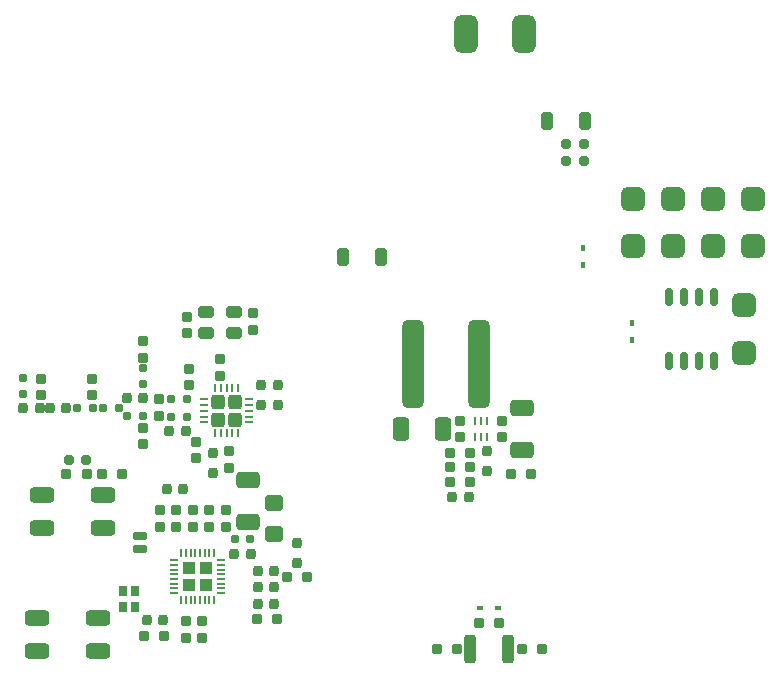
<source format=gbr>
%TF.GenerationSoftware,KiCad,Pcbnew,8.0.6-1.fc40*%
%TF.CreationDate,2024-12-16T09:47:33-08:00*%
%TF.ProjectId,energy_meter,656e6572-6779-45f6-9d65-7465722e6b69,0*%
%TF.SameCoordinates,Original*%
%TF.FileFunction,Paste,Top*%
%TF.FilePolarity,Positive*%
%FSLAX46Y46*%
G04 Gerber Fmt 4.6, Leading zero omitted, Abs format (unit mm)*
G04 Created by KiCad (PCBNEW 8.0.6-1.fc40) date 2024-12-16 09:47:33*
%MOMM*%
%LPD*%
G01*
G04 APERTURE LIST*
G04 Aperture macros list*
%AMRoundRect*
0 Rectangle with rounded corners*
0 $1 Rounding radius*
0 $2 $3 $4 $5 $6 $7 $8 $9 X,Y pos of 4 corners*
0 Add a 4 corners polygon primitive as box body*
4,1,4,$2,$3,$4,$5,$6,$7,$8,$9,$2,$3,0*
0 Add four circle primitives for the rounded corners*
1,1,$1+$1,$2,$3*
1,1,$1+$1,$4,$5*
1,1,$1+$1,$6,$7*
1,1,$1+$1,$8,$9*
0 Add four rect primitives between the rounded corners*
20,1,$1+$1,$2,$3,$4,$5,0*
20,1,$1+$1,$4,$5,$6,$7,0*
20,1,$1+$1,$6,$7,$8,$9,0*
20,1,$1+$1,$8,$9,$2,$3,0*%
G04 Aperture macros list end*
%ADD10RoundRect,0.200000X0.250000X-0.200000X0.250000X0.200000X-0.250000X0.200000X-0.250000X-0.200000X0*%
%ADD11RoundRect,0.500000X-0.500000X0.500000X-0.500000X-0.500000X0.500000X-0.500000X0.500000X0.500000X0*%
%ADD12RoundRect,0.108333X0.216667X0.241667X-0.216667X0.241667X-0.216667X-0.241667X0.216667X-0.241667X0*%
%ADD13RoundRect,0.325000X-0.725000X-0.325000X0.725000X-0.325000X0.725000X0.325000X-0.725000X0.325000X0*%
%ADD14RoundRect,0.200000X0.200000X0.250000X-0.200000X0.250000X-0.200000X-0.250000X0.200000X-0.250000X0*%
%ADD15RoundRect,0.500000X0.500000X-0.500000X0.500000X0.500000X-0.500000X0.500000X-0.500000X-0.500000X0*%
%ADD16RoundRect,0.200000X-0.200000X0.200000X-0.200000X-0.200000X0.200000X-0.200000X0.200000X0.200000X0*%
%ADD17RoundRect,0.200000X0.250000X0.200000X-0.250000X0.200000X-0.250000X-0.200000X0.250000X-0.200000X0*%
%ADD18RoundRect,0.100000X-0.100000X0.140000X-0.100000X-0.140000X0.100000X-0.140000X0.100000X0.140000X0*%
%ADD19RoundRect,0.250000X0.250000X0.950000X-0.250000X0.950000X-0.250000X-0.950000X0.250000X-0.950000X0*%
%ADD20RoundRect,0.450000X0.450000X3.300000X-0.450000X3.300000X-0.450000X-3.300000X0.450000X-3.300000X0*%
%ADD21RoundRect,0.200000X-0.250000X0.200000X-0.250000X-0.200000X0.250000X-0.200000X0.250000X0.200000X0*%
%ADD22RoundRect,0.200000X-0.200000X0.250000X-0.200000X-0.250000X0.200000X-0.250000X0.200000X0.250000X0*%
%ADD23RoundRect,0.200000X-0.200000X-0.250000X0.200000X-0.250000X0.200000X0.250000X-0.200000X0.250000X0*%
%ADD24RoundRect,0.175000X-0.475000X-0.350000X0.475000X-0.350000X0.475000X0.350000X-0.475000X0.350000X0*%
%ADD25RoundRect,0.108333X-0.216667X-0.241667X0.216667X-0.241667X0.216667X0.241667X-0.216667X0.241667X0*%
%ADD26RoundRect,0.100000X-0.140000X-0.100000X0.140000X-0.100000X0.140000X0.100000X-0.140000X0.100000X0*%
%ADD27RoundRect,0.350000X-0.650000X0.350000X-0.650000X-0.350000X0.650000X-0.350000X0.650000X0.350000X0*%
%ADD28RoundRect,0.200000X-0.250000X-0.200000X0.250000X-0.200000X0.250000X0.200000X-0.250000X0.200000X0*%
%ADD29RoundRect,0.187500X0.187500X-0.237500X0.187500X0.237500X-0.187500X0.237500X-0.187500X-0.237500X0*%
%ADD30RoundRect,0.350000X0.650000X-0.350000X0.650000X0.350000X-0.650000X0.350000X-0.650000X-0.350000X0*%
%ADD31RoundRect,0.490000X0.490000X1.085000X-0.490000X1.085000X-0.490000X-1.085000X0.490000X-1.085000X0*%
%ADD32RoundRect,0.250000X-0.250000X-0.500000X0.250000X-0.500000X0.250000X0.500000X-0.250000X0.500000X0*%
%ADD33RoundRect,0.110000X-0.440000X-0.440000X0.440000X-0.440000X0.440000X0.440000X-0.440000X0.440000X0*%
%ADD34RoundRect,0.055000X0.325000X-0.055000X0.325000X0.055000X-0.325000X0.055000X-0.325000X-0.055000X0*%
%ADD35RoundRect,0.055000X0.055000X0.325000X-0.055000X0.325000X-0.055000X-0.325000X0.055000X-0.325000X0*%
%ADD36RoundRect,0.055000X-0.325000X0.055000X-0.325000X-0.055000X0.325000X-0.055000X0.325000X0.055000X0*%
%ADD37RoundRect,0.055000X-0.055000X-0.325000X0.055000X-0.325000X0.055000X0.325000X-0.055000X0.325000X0*%
%ADD38RoundRect,0.350000X-0.450000X0.350000X-0.450000X-0.350000X0.450000X-0.350000X0.450000X0.350000X0*%
%ADD39RoundRect,0.240975X-0.354025X0.354025X-0.354025X-0.354025X0.354025X-0.354025X0.354025X0.354025X0*%
%ADD40RoundRect,0.060000X0.240000X0.060000X-0.240000X0.060000X-0.240000X-0.060000X0.240000X-0.060000X0*%
%ADD41RoundRect,0.060000X-0.060000X0.240000X-0.060000X-0.240000X0.060000X-0.240000X0.060000X0.240000X0*%
%ADD42RoundRect,0.060000X-0.240000X-0.060000X0.240000X-0.060000X0.240000X0.060000X-0.240000X0.060000X0*%
%ADD43RoundRect,0.060000X0.060000X-0.240000X0.060000X0.240000X-0.060000X0.240000X-0.060000X-0.240000X0*%
%ADD44RoundRect,0.150000X0.150000X0.625000X-0.150000X0.625000X-0.150000X-0.625000X0.150000X-0.625000X0*%
%ADD45RoundRect,0.108333X0.241667X-0.216667X0.241667X0.216667X-0.241667X0.216667X-0.241667X-0.216667X0*%
%ADD46RoundRect,0.062500X0.062500X0.237500X-0.062500X0.237500X-0.062500X-0.237500X0.062500X-0.237500X0*%
%ADD47RoundRect,0.200000X-0.200000X-0.200000X0.200000X-0.200000X0.200000X0.200000X-0.200000X0.200000X0*%
%ADD48RoundRect,0.350000X-0.350000X-0.650000X0.350000X-0.650000X0.350000X0.650000X-0.350000X0.650000X0*%
%ADD49RoundRect,0.200000X0.200000X-0.200000X0.200000X0.200000X-0.200000X0.200000X-0.200000X-0.200000X0*%
%ADD50RoundRect,0.175000X-0.425000X0.175000X-0.425000X-0.175000X0.425000X-0.175000X0.425000X0.175000X0*%
G04 APERTURE END LIST*
D10*
%TO.C,C602*%
X114600000Y-76100000D03*
X114600000Y-74700000D03*
%TD*%
D11*
%TO.C,D202*%
X152200000Y-60290000D03*
X152200000Y-64290000D03*
%TD*%
D12*
%TO.C,L602*%
X114425000Y-78750000D03*
X113075000Y-78750000D03*
%TD*%
D13*
%TO.C,S502*%
X101700000Y-95800000D03*
X106900000Y-95800000D03*
X101700000Y-98600000D03*
X106900000Y-98600000D03*
%TD*%
D14*
%TO.C,C501*%
X112400000Y-96000000D03*
X111000000Y-96000000D03*
%TD*%
D15*
%TO.C,D205*%
X158900000Y-64290000D03*
X158900000Y-60290000D03*
%TD*%
D16*
%TO.C,D207*%
X148000000Y-55700000D03*
X148000000Y-57100000D03*
%TD*%
D17*
%TO.C,R207*%
X138400000Y-83050000D03*
X136700000Y-83050000D03*
%TD*%
D18*
%TO.C,D302*%
X152100000Y-70800000D03*
X152100000Y-72300000D03*
%TD*%
D10*
%TO.C,C204*%
X137550000Y-80500000D03*
X137550000Y-79100000D03*
%TD*%
D17*
%TO.C,R205*%
X138400000Y-81800000D03*
X136700000Y-81800000D03*
%TD*%
D19*
%TO.C,R302*%
X141600000Y-98400000D03*
X138400000Y-98400000D03*
%TD*%
D14*
%TO.C,C615*%
X104200000Y-78000000D03*
X102800000Y-78000000D03*
%TD*%
D17*
%TO.C,R303*%
X137250000Y-98400000D03*
X135550000Y-98400000D03*
%TD*%
D10*
%TO.C,C616*%
X102000000Y-76950000D03*
X102000000Y-75550000D03*
%TD*%
D18*
%TO.C,D301*%
X147900000Y-64450000D03*
X147900000Y-65950000D03*
%TD*%
D20*
%TO.C,L201*%
X139100000Y-74300000D03*
X133500000Y-74300000D03*
%TD*%
D21*
%TO.C,C604*%
X115200000Y-80900000D03*
X115200000Y-82300000D03*
%TD*%
D10*
%TO.C,C404*%
X117700000Y-88100000D03*
X117700000Y-86700000D03*
%TD*%
D14*
%TO.C,C603*%
X114300000Y-80000000D03*
X112900000Y-80000000D03*
%TD*%
D22*
%TO.C,R308*%
X123700000Y-89450000D03*
X123700000Y-91150000D03*
%TD*%
D23*
%TO.C,C605*%
X120700000Y-77800000D03*
X122100000Y-77800000D03*
%TD*%
D12*
%TO.C,L606*%
X106425000Y-78000000D03*
X105075000Y-78000000D03*
%TD*%
D14*
%TO.C,C303*%
X121800000Y-93200000D03*
X120400000Y-93200000D03*
%TD*%
D24*
%TO.C,X601*%
X116050000Y-71675000D03*
X118350000Y-71675000D03*
X118350000Y-69925000D03*
X116050000Y-69925000D03*
%TD*%
D25*
%TO.C,L401*%
X118425000Y-89100000D03*
X119775000Y-89100000D03*
%TD*%
D14*
%TO.C,C205*%
X138250000Y-85550000D03*
X136850000Y-85550000D03*
%TD*%
D26*
%TO.C,D303*%
X139250000Y-95000000D03*
X140750000Y-95000000D03*
%TD*%
D27*
%TO.C,C201*%
X142750000Y-78000000D03*
X142750000Y-81600000D03*
%TD*%
D21*
%TO.C,C202*%
X141050000Y-79100000D03*
X141050000Y-80500000D03*
%TD*%
D28*
%TO.C,R307*%
X120350000Y-95900000D03*
X122050000Y-95900000D03*
%TD*%
D15*
%TO.C,D206*%
X161600000Y-73337500D03*
X161600000Y-69337500D03*
%TD*%
D29*
%TO.C,X401*%
X110025000Y-94875000D03*
X110025000Y-93525000D03*
X108975000Y-93525000D03*
X108975000Y-94875000D03*
%TD*%
D10*
%TO.C,C611*%
X110700000Y-81100000D03*
X110700000Y-79700000D03*
%TD*%
%TO.C,C612*%
X110700000Y-73775000D03*
X110700000Y-72375000D03*
%TD*%
%TO.C,C411*%
X116300000Y-88100000D03*
X116300000Y-86700000D03*
%TD*%
D21*
%TO.C,C610*%
X112000000Y-77300000D03*
X112000000Y-78700000D03*
%TD*%
D17*
%TO.C,R301*%
X144450000Y-98400000D03*
X142750000Y-98400000D03*
%TD*%
D23*
%TO.C,C301*%
X120400000Y-94600000D03*
X121800000Y-94600000D03*
%TD*%
%TO.C,C607*%
X120700000Y-76100000D03*
X122100000Y-76100000D03*
%TD*%
D30*
%TO.C,C401*%
X119600000Y-87700000D03*
X119600000Y-84100000D03*
%TD*%
D31*
%TO.C,F201*%
X142955000Y-46400000D03*
X138045000Y-46400000D03*
%TD*%
D10*
%TO.C,C403*%
X112100000Y-88100000D03*
X112100000Y-86700000D03*
%TD*%
D17*
%TO.C,R502*%
X105900000Y-83650000D03*
X104200000Y-83650000D03*
%TD*%
D28*
%TO.C,R309*%
X122850000Y-92300000D03*
X124550000Y-92300000D03*
%TD*%
D14*
%TO.C,C402*%
X114100000Y-84900000D03*
X112700000Y-84900000D03*
%TD*%
D32*
%TO.C,R201*%
X144900000Y-53700000D03*
X148100000Y-53700000D03*
%TD*%
D17*
%TO.C,R501*%
X108900000Y-83650000D03*
X107200000Y-83650000D03*
%TD*%
D12*
%TO.C,L601*%
X114425000Y-77300000D03*
X113075000Y-77300000D03*
%TD*%
D10*
%TO.C,C405*%
X114900000Y-88100000D03*
X114900000Y-86700000D03*
%TD*%
%TO.C,C614*%
X106400000Y-76950000D03*
X106400000Y-75550000D03*
%TD*%
D33*
%TO.C,U401*%
X114600000Y-91600000D03*
X114600000Y-93000000D03*
X116000000Y-91600000D03*
X116000000Y-93000000D03*
D34*
X113315000Y-90900000D03*
X113315000Y-91300000D03*
X113315000Y-91700000D03*
X113315000Y-92100000D03*
X113315000Y-92500000D03*
X113315000Y-92900000D03*
X113315000Y-93300000D03*
X113315000Y-93700000D03*
D35*
X113900000Y-94285000D03*
X114300000Y-94285000D03*
X114700000Y-94285000D03*
X115100000Y-94285000D03*
X115500000Y-94285000D03*
X115900000Y-94285000D03*
X116300000Y-94285000D03*
X116700000Y-94285000D03*
D36*
X117285000Y-93700000D03*
X117285000Y-93300000D03*
X117285000Y-92900000D03*
X117285000Y-92500000D03*
X117285000Y-92100000D03*
X117285000Y-91700000D03*
X117285000Y-91300000D03*
X117285000Y-90900000D03*
D37*
X116700000Y-90315000D03*
X116300000Y-90315000D03*
X115900000Y-90315000D03*
X115500000Y-90315000D03*
X115100000Y-90315000D03*
X114700000Y-90315000D03*
X114300000Y-90315000D03*
X113900000Y-90315000D03*
%TD*%
D12*
%TO.C,L604*%
X110675000Y-78700000D03*
X109325000Y-78700000D03*
%TD*%
D13*
%TO.C,S501*%
X102100000Y-85400000D03*
X107300000Y-85400000D03*
X102100000Y-88200000D03*
X107300000Y-88200000D03*
%TD*%
D22*
%TO.C,R601*%
X116600000Y-81800000D03*
X116600000Y-83500000D03*
%TD*%
D10*
%TO.C,C406*%
X113500000Y-88100000D03*
X113500000Y-86700000D03*
%TD*%
D21*
%TO.C,C606*%
X118000000Y-81700000D03*
X118000000Y-83100000D03*
%TD*%
D17*
%TO.C,R304*%
X140850000Y-96200000D03*
X139150000Y-96200000D03*
%TD*%
D21*
%TO.C,C408*%
X114300000Y-96100000D03*
X114300000Y-97500000D03*
%TD*%
D38*
%TO.C,C410*%
X121800000Y-86100000D03*
X121800000Y-88700000D03*
%TD*%
D39*
%TO.C,U601*%
X118500000Y-79000000D03*
X118500000Y-77500000D03*
X117000000Y-79000000D03*
X117000000Y-77500000D03*
D40*
X119650000Y-79250000D03*
X119650000Y-78750000D03*
X119650000Y-78250000D03*
X119650000Y-77750000D03*
X119650000Y-77250000D03*
D41*
X118750000Y-76350000D03*
X118250000Y-76350000D03*
X117750000Y-76350000D03*
X117250000Y-76350000D03*
X116750000Y-76350000D03*
D42*
X115850000Y-77250000D03*
X115850000Y-77750000D03*
X115850000Y-78250000D03*
X115850000Y-78750000D03*
X115850000Y-79250000D03*
D43*
X116750000Y-80150000D03*
X117250000Y-80150000D03*
X117750000Y-80150000D03*
X118250000Y-80150000D03*
D41*
X118750000Y-80150000D03*
%TD*%
D44*
%TO.C,U202*%
X159005000Y-68637500D03*
X157735000Y-68637500D03*
X156465000Y-68637500D03*
X155195000Y-68637500D03*
X155195000Y-74037500D03*
X156465000Y-74037500D03*
X157735000Y-74037500D03*
X159005000Y-74037500D03*
%TD*%
D22*
%TO.C,R206*%
X139800000Y-81700000D03*
X139800000Y-83400000D03*
%TD*%
D45*
%TO.C,L607*%
X100500000Y-76862500D03*
X100500000Y-75512500D03*
%TD*%
D46*
%TO.C,U201*%
X139800000Y-79100000D03*
X139300000Y-79100000D03*
X138800000Y-79100000D03*
X138800000Y-80500000D03*
X139300000Y-80500000D03*
X139800000Y-80500000D03*
%TD*%
D47*
%TO.C,D501*%
X104450000Y-82450000D03*
X105850000Y-82450000D03*
%TD*%
D12*
%TO.C,L605*%
X108625000Y-78000000D03*
X107275000Y-78000000D03*
%TD*%
D28*
%TO.C,R503*%
X110750000Y-97300000D03*
X112450000Y-97300000D03*
%TD*%
D48*
%TO.C,C206*%
X132500000Y-79800000D03*
X136100000Y-79800000D03*
%TD*%
D14*
%TO.C,C617*%
X101950000Y-78000000D03*
X100550000Y-78000000D03*
%TD*%
D17*
%TO.C,R208*%
X138400000Y-84300000D03*
X136700000Y-84300000D03*
%TD*%
D15*
%TO.C,D204*%
X155550000Y-64290000D03*
X155550000Y-60290000D03*
%TD*%
D21*
%TO.C,C409*%
X115700000Y-96100000D03*
X115700000Y-97500000D03*
%TD*%
D17*
%TO.C,R203*%
X143550000Y-83600000D03*
X141850000Y-83600000D03*
%TD*%
D11*
%TO.C,D203*%
X162300000Y-60290000D03*
X162300000Y-64290000D03*
%TD*%
D14*
%TO.C,C302*%
X121800000Y-91800000D03*
X120400000Y-91800000D03*
%TD*%
D49*
%TO.C,D201*%
X146500000Y-57100000D03*
X146500000Y-55700000D03*
%TD*%
D50*
%TO.C,X402*%
X110400000Y-88850000D03*
X110400000Y-89950000D03*
%TD*%
D10*
%TO.C,C601*%
X117200000Y-75300000D03*
X117200000Y-73900000D03*
%TD*%
%TO.C,C609*%
X114400000Y-71700000D03*
X114400000Y-70300000D03*
%TD*%
D23*
%TO.C,C407*%
X118400000Y-90400000D03*
X119800000Y-90400000D03*
%TD*%
D45*
%TO.C,L603*%
X110700000Y-76000000D03*
X110700000Y-74650000D03*
%TD*%
D14*
%TO.C,C613*%
X110700000Y-77175000D03*
X109300000Y-77175000D03*
%TD*%
D32*
%TO.C,R204*%
X127600000Y-65225000D03*
X130800000Y-65225000D03*
%TD*%
D21*
%TO.C,C608*%
X120000000Y-70000000D03*
X120000000Y-71400000D03*
%TD*%
M02*

</source>
